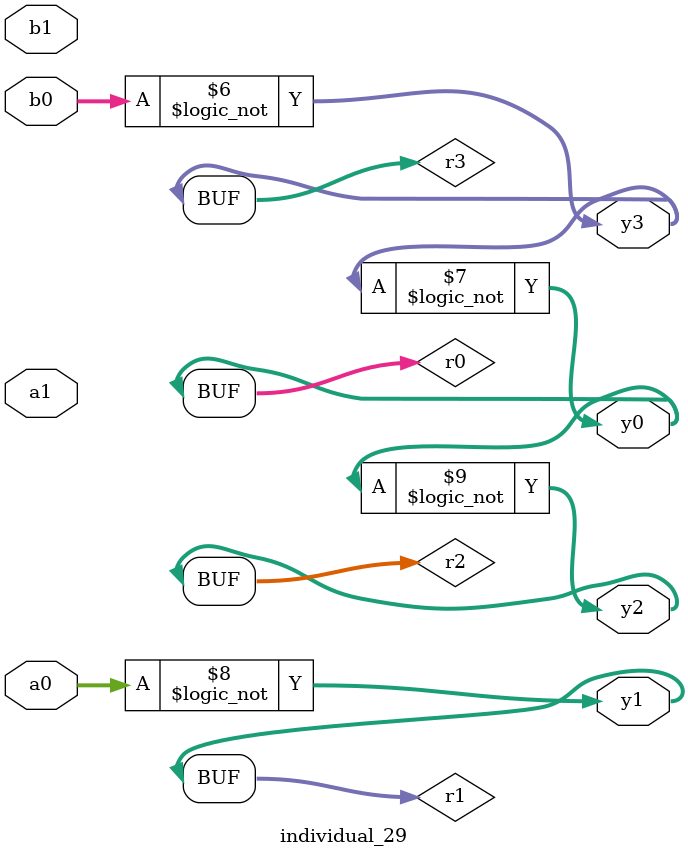
<source format=sv>
module individual_29(input logic [15:0] a1, input logic [15:0] a0, input logic [15:0] b1, input logic [15:0] b0, output logic [15:0] y3, output logic [15:0] y2, output logic [15:0] y1, output logic [15:0] y0);
logic [15:0] r0, r1, r2, r3; 
 always@(*) begin 
	 r0 = a0; r1 = a1; r2 = b0; r3 = b1; 
 	 r3  &=  b1 ;
 	 r3  |=  b1 ;
 	 r1  |=  b1 ;
 	 r0  ^=  a0 ;
 	 r3 = ! b0 ;
 	 r0 = ! r3 ;
 	 r1 = ! a0 ;
 	 r2 = ! r0 ;
 	 y3 = r3; y2 = r2; y1 = r1; y0 = r0; 
end
endmodule
</source>
